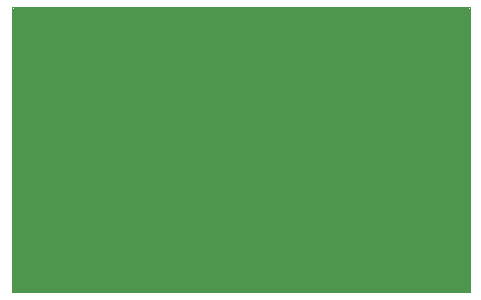
<source format=gbr>
G04 #@! TF.GenerationSoftware,KiCad,Pcbnew,(5.1.5)-3*
G04 #@! TF.CreationDate,2022-12-25T19:48:09-05:00*
G04 #@! TF.ProjectId,_autosave-Fuente_Alimentaci_n,5f617574-6f73-4617-9665-2d4675656e74,rev?*
G04 #@! TF.SameCoordinates,Original*
G04 #@! TF.FileFunction,Profile,NP*
%FSLAX46Y46*%
G04 Gerber Fmt 4.6, Leading zero omitted, Abs format (unit mm)*
G04 Created by KiCad (PCBNEW (5.1.5)-3) date 2022-12-25 19:48:09*
%MOMM*%
%LPD*%
G04 APERTURE LIST*
%ADD10C,0.100000*%
%ADD11C,0.254000*%
G04 APERTURE END LIST*
D10*
X66675000Y-87630000D02*
X105410000Y-87630000D01*
X105410000Y-87630000D02*
X105410000Y-111760000D01*
X66675000Y-111760000D02*
X66675000Y-87630000D01*
X105410000Y-111760000D02*
X66675000Y-111760000D01*
D11*
G36*
X105283000Y-111633000D02*
G01*
X66802000Y-111633000D01*
X66802000Y-87757000D01*
X105283000Y-87757000D01*
X105283000Y-111633000D01*
G37*
X105283000Y-111633000D02*
X66802000Y-111633000D01*
X66802000Y-87757000D01*
X105283000Y-87757000D01*
X105283000Y-111633000D01*
M02*

</source>
